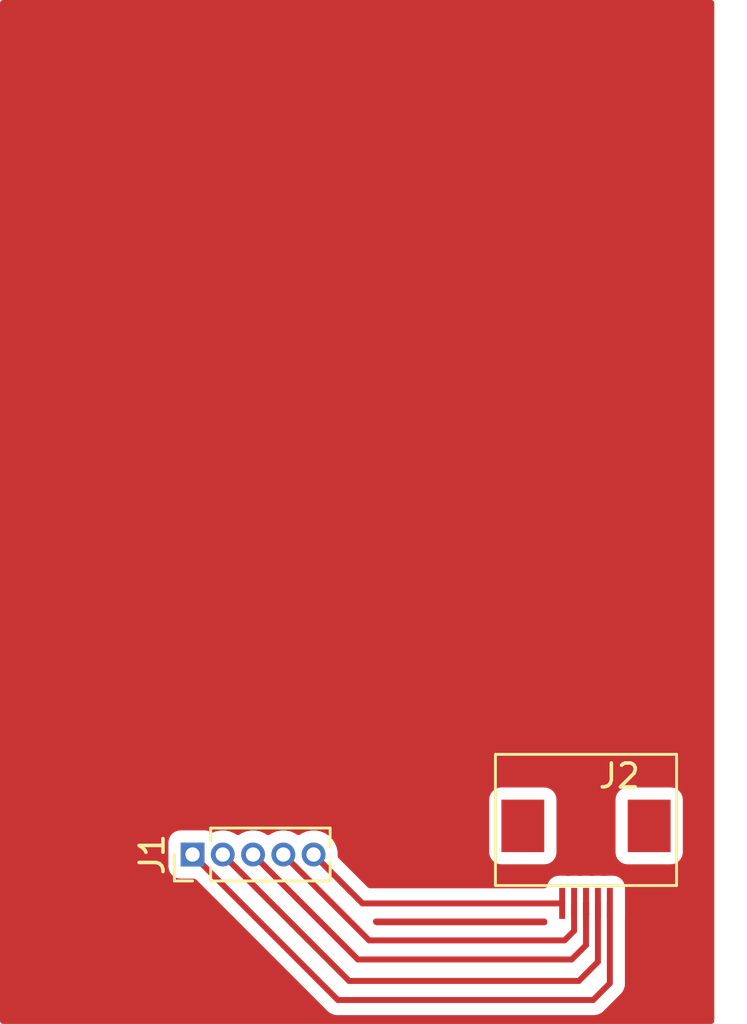
<source format=kicad_pcb>
(kicad_pcb (version 20171130) (host pcbnew 5.99.0+really5.1.10+dfsg1-1)

  (general
    (thickness 1.6)
    (drawings 4)
    (tracks 20)
    (zones 0)
    (modules 2)
    (nets 6)
  )

  (page A4)
  (layers
    (0 F.Cu signal)
    (31 B.Cu signal)
    (32 B.Adhes user)
    (33 F.Adhes user)
    (34 B.Paste user)
    (35 F.Paste user)
    (36 B.SilkS user)
    (37 F.SilkS user)
    (38 B.Mask user)
    (39 F.Mask user)
    (40 Dwgs.User user)
    (41 Cmts.User user)
    (42 Eco1.User user)
    (43 Eco2.User user)
    (44 Edge.Cuts user)
    (45 Margin user)
    (46 B.CrtYd user)
    (47 F.CrtYd user)
    (48 B.Fab user)
    (49 F.Fab user)
  )

  (setup
    (last_trace_width 0.25)
    (trace_clearance 0.2)
    (zone_clearance 0.508)
    (zone_45_only no)
    (trace_min 0.2)
    (via_size 0.8)
    (via_drill 0.4)
    (via_min_size 0.4)
    (via_min_drill 0.3)
    (uvia_size 0.3)
    (uvia_drill 0.1)
    (uvias_allowed no)
    (uvia_min_size 0.2)
    (uvia_min_drill 0.1)
    (edge_width 0.05)
    (segment_width 0.2)
    (pcb_text_width 0.3)
    (pcb_text_size 1.5 1.5)
    (mod_edge_width 0.12)
    (mod_text_size 1 1)
    (mod_text_width 0.15)
    (pad_size 1 1)
    (pad_drill 0.6)
    (pad_to_mask_clearance 0)
    (aux_axis_origin 0 0)
    (visible_elements FFFFFF7F)
    (pcbplotparams
      (layerselection 0x00000_7fffffff)
      (usegerberextensions false)
      (usegerberattributes true)
      (usegerberadvancedattributes true)
      (creategerberjobfile true)
      (excludeedgelayer true)
      (linewidth 0.100000)
      (plotframeref false)
      (viasonmask false)
      (mode 1)
      (useauxorigin false)
      (hpglpennumber 1)
      (hpglpenspeed 20)
      (hpglpendiameter 15.000000)
      (psnegative true)
      (psa4output false)
      (plotreference true)
      (plotvalue true)
      (plotinvisibletext false)
      (padsonsilk false)
      (subtractmaskfromsilk false)
      (outputformat 4)
      (mirror true)
      (drillshape 1)
      (scaleselection 1)
      (outputdirectory ""))
  )

  (net 0 "")
  (net 1 "Net-(J1-Pad5)")
  (net 2 "Net-(J1-Pad4)")
  (net 3 "Net-(J1-Pad3)")
  (net 4 "Net-(J1-Pad2)")
  (net 5 "Net-(J1-Pad1)")

  (net_class Default "This is the default net class."
    (clearance 0.2)
    (trace_width 0.25)
    (via_dia 0.8)
    (via_drill 0.4)
    (uvia_dia 0.3)
    (uvia_drill 0.1)
    (add_net "Net-(J1-Pad1)")
    (add_net "Net-(J1-Pad2)")
    (add_net "Net-(J1-Pad3)")
    (add_net "Net-(J1-Pad4)")
    (add_net "Net-(J1-Pad5)")
  )

  (module FPC_connectros:FPC-5P-0.5mm (layer F.Cu) (tedit 617E21AB) (tstamp 617E7D00)
    (at 120.6 85.3 180)
    (path /617E2978)
    (fp_text reference J2 (at -1.397 3.4925) (layer F.SilkS)
      (effects (font (size 1 1) (thickness 0.15)))
    )
    (fp_text value Conn_01x05_Male (at 0 5.5245) (layer F.Fab)
      (effects (font (size 1 1) (thickness 0.15)))
    )
    (fp_line (start -3.8 4.4) (end 3.8 4.4) (layer F.SilkS) (width 0.12))
    (fp_line (start 3.8 -1.1) (end -3.8 -1.1) (layer F.SilkS) (width 0.12))
    (fp_line (start -3.8 4.4) (end -3.8 -1.1) (layer F.SilkS) (width 0.12))
    (fp_line (start 3.8 4.4) (end 3.8 -1.1) (layer F.SilkS) (width 0.12))
    (pad MP smd rect (at 2.65 1.4 180) (size 1.8 2.2) (layers F.Cu F.Paste F.Mask))
    (pad MP smd rect (at -2.65 1.4 180) (size 1.8 2.2) (layers F.Cu F.Paste F.Mask))
    (pad 5 smd rect (at 1 -1.85 180) (size 0.25 1.3) (layers F.Cu F.Paste F.Mask)
      (net 1 "Net-(J1-Pad5)"))
    (pad 4 smd rect (at 0.5 -1.85 180) (size 0.25 1.3) (layers F.Cu F.Paste F.Mask)
      (net 2 "Net-(J1-Pad4)"))
    (pad 3 smd rect (at 0 -1.85 180) (size 0.25 1.3) (layers F.Cu F.Paste F.Mask)
      (net 3 "Net-(J1-Pad3)"))
    (pad 2 smd rect (at -0.5 -1.85 180) (size 0.25 1.3) (layers F.Cu F.Paste F.Mask)
      (net 4 "Net-(J1-Pad2)"))
    (pad 1 smd rect (at -1 -1.85 180) (size 0.25 1.3) (layers F.Cu F.Paste F.Mask)
      (net 5 "Net-(J1-Pad1)"))
  )

  (module Connector_PinHeader_1.27mm:PinHeader_1x05_P1.27mm_Vertical (layer F.Cu) (tedit 61BF64A3) (tstamp 617E7CF1)
    (at 104.09 85.1 90)
    (descr "Through hole straight pin header, 1x05, 1.27mm pitch, single row")
    (tags "Through hole pin header THT 1x05 1.27mm single row")
    (path /617E2571)
    (fp_text reference J1 (at 0 -1.695 90) (layer F.SilkS)
      (effects (font (size 1 1) (thickness 0.15)))
    )
    (fp_text value Conn_01x05_Male (at 0 6.775 90) (layer F.Fab)
      (effects (font (size 1 1) (thickness 0.15)))
    )
    (fp_line (start -0.525 -0.635) (end 1.05 -0.635) (layer F.Fab) (width 0.1))
    (fp_line (start 1.05 -0.635) (end 1.05 5.715) (layer F.Fab) (width 0.1))
    (fp_line (start 1.05 5.715) (end -1.05 5.715) (layer F.Fab) (width 0.1))
    (fp_line (start -1.05 5.715) (end -1.05 -0.11) (layer F.Fab) (width 0.1))
    (fp_line (start -1.05 -0.11) (end -0.525 -0.635) (layer F.Fab) (width 0.1))
    (fp_line (start -1.11 5.775) (end -0.30753 5.775) (layer F.SilkS) (width 0.12))
    (fp_line (start 0.30753 5.775) (end 1.11 5.775) (layer F.SilkS) (width 0.12))
    (fp_line (start -1.11 0.76) (end -1.11 5.775) (layer F.SilkS) (width 0.12))
    (fp_line (start 1.11 0.76) (end 1.11 5.775) (layer F.SilkS) (width 0.12))
    (fp_line (start -1.11 0.76) (end -0.563471 0.76) (layer F.SilkS) (width 0.12))
    (fp_line (start 0.563471 0.76) (end 1.11 0.76) (layer F.SilkS) (width 0.12))
    (fp_line (start -1.11 0) (end -1.11 -0.76) (layer F.SilkS) (width 0.12))
    (fp_line (start -1.11 -0.76) (end 0 -0.76) (layer F.SilkS) (width 0.12))
    (fp_line (start -1.55 -1.15) (end -1.55 6.25) (layer F.CrtYd) (width 0.05))
    (fp_line (start -1.55 6.25) (end 1.55 6.25) (layer F.CrtYd) (width 0.05))
    (fp_line (start 1.55 6.25) (end 1.55 -1.15) (layer F.CrtYd) (width 0.05))
    (fp_line (start 1.55 -1.15) (end -1.55 -1.15) (layer F.CrtYd) (width 0.05))
    (fp_text user %R (at 0 2.54) (layer F.Fab)
      (effects (font (size 1 1) (thickness 0.15)))
    )
    (pad 5 thru_hole oval (at 0 5.08 90) (size 1 1) (drill 0.6) (layers *.Cu *.Mask)
      (net 1 "Net-(J1-Pad5)"))
    (pad 4 thru_hole oval (at 0 3.81 90) (size 1 1) (drill 0.6) (layers *.Cu *.Mask)
      (net 2 "Net-(J1-Pad4)"))
    (pad 3 thru_hole oval (at 0 2.54 90) (size 1 1) (drill 0.6) (layers *.Cu *.Mask)
      (net 3 "Net-(J1-Pad3)"))
    (pad 2 thru_hole oval (at 0 1.27 90) (size 1 1) (drill 0.6) (layers *.Cu *.Mask)
      (net 4 "Net-(J1-Pad2)"))
    (pad 1 thru_hole rect (at 0 0 90) (size 1 1) (drill 0.6) (layers *.Cu *.Mask)
      (net 5 "Net-(J1-Pad1)"))
    (model ${KISYS3DMOD}/Connector_PinHeader_1.27mm.3dshapes/PinHeader_1x05_P1.27mm_Vertical.wrl
      (at (xyz 0 0 0))
      (scale (xyz 1 1 1))
      (rotate (xyz 0 0 0))
    )
  )

  (gr_line (start 96.6 50) (end 96.6 70) (layer Dwgs.User) (width 0.15) (tstamp 61BF66EF))
  (gr_line (start 116.6 50) (end 96.6 50) (layer Dwgs.User) (width 0.15) (tstamp 61BF66C2))
  (gr_line (start 116.6 70) (end 116.6 50) (layer Dwgs.User) (width 0.15))
  (gr_line (start 116.6 70) (end 96.6 70) (layer Dwgs.User) (width 0.15))

  (segment (start 111.22 87.15) (end 119.6 87.15) (width 0.25) (layer F.Cu) (net 1))
  (segment (start 109.17 85.1) (end 111.22 87.15) (width 0.25) (layer F.Cu) (net 1))
  (segment (start 120.1 88.3) (end 119.7 88.7) (width 0.25) (layer F.Cu) (net 2))
  (segment (start 119.7 88.7) (end 111.5 88.7) (width 0.25) (layer F.Cu) (net 2))
  (segment (start 120.1 87.15) (end 120.1 88.3) (width 0.25) (layer F.Cu) (net 2))
  (segment (start 111.5 88.7) (end 107.9 85.1) (width 0.25) (layer F.Cu) (net 2))
  (segment (start 120.6 87.15) (end 120.6 87.6) (width 0.25) (layer F.Cu) (net 3))
  (segment (start 120.6 87.15) (end 120.6 88.9) (width 0.25) (layer F.Cu) (net 3))
  (segment (start 120.6 88.9) (end 120 89.5) (width 0.25) (layer F.Cu) (net 3))
  (segment (start 120 89.5) (end 111.03 89.5) (width 0.25) (layer F.Cu) (net 3))
  (segment (start 120.6 87.6) (end 120.61 87.61) (width 0.25) (layer F.Cu) (net 3))
  (segment (start 111.03 89.5) (end 106.63 85.1) (width 0.25) (layer F.Cu) (net 3))
  (segment (start 120.3 90.4) (end 110.66 90.4) (width 0.25) (layer F.Cu) (net 4))
  (segment (start 121.1 89.6) (end 120.3 90.4) (width 0.25) (layer F.Cu) (net 4))
  (segment (start 121.1 87.15) (end 121.1 89.6) (width 0.25) (layer F.Cu) (net 4))
  (segment (start 110.66 90.4) (end 105.36 85.1) (width 0.25) (layer F.Cu) (net 4))
  (segment (start 120.9 91.2) (end 110.19 91.2) (width 0.25) (layer F.Cu) (net 5))
  (segment (start 121.6 90.5) (end 120.9 91.2) (width 0.25) (layer F.Cu) (net 5))
  (segment (start 121.6 87.15) (end 121.6 90.5) (width 0.25) (layer F.Cu) (net 5))
  (segment (start 110.19 91.2) (end 104.09 85.1) (width 0.25) (layer F.Cu) (net 5))

  (zone (net 0) (net_name "") (layer F.Cu) (tstamp 61C2B228) (hatch edge 0.508)
    (connect_pads (clearance 0.508))
    (min_thickness 0.254)
    (fill yes (arc_segments 32) (thermal_gap 0.508) (thermal_bridge_width 0.508))
    (polygon
      (pts
        (xy 125.984 92.202) (xy 96.012 92.202) (xy 96.012 49.276) (xy 125.984 49.276)
      )
    )
    (filled_polygon
      (pts
        (xy 125.857 92.075) (xy 96.139 92.075) (xy 96.139 84.6) (xy 102.951928 84.6) (xy 102.951928 85.6)
        (xy 102.964188 85.724482) (xy 103.000498 85.84418) (xy 103.059463 85.954494) (xy 103.138815 86.051185) (xy 103.235506 86.130537)
        (xy 103.34582 86.189502) (xy 103.465518 86.225812) (xy 103.59 86.238072) (xy 104.153271 86.238072) (xy 109.626201 91.711003)
        (xy 109.649999 91.740001) (xy 109.765724 91.834974) (xy 109.897753 91.905546) (xy 110.041014 91.949003) (xy 110.152667 91.96)
        (xy 110.152675 91.96) (xy 110.19 91.963676) (xy 110.227325 91.96) (xy 120.862678 91.96) (xy 120.9 91.963676)
        (xy 120.937322 91.96) (xy 120.937333 91.96) (xy 121.048986 91.949003) (xy 121.192247 91.905546) (xy 121.324276 91.834974)
        (xy 121.440001 91.740001) (xy 121.463803 91.710998) (xy 122.111008 91.063795) (xy 122.140001 91.040001) (xy 122.163795 91.011008)
        (xy 122.163799 91.011004) (xy 122.234973 90.924277) (xy 122.243805 90.907754) (xy 122.305546 90.792247) (xy 122.349003 90.648986)
        (xy 122.36 90.537333) (xy 122.36 90.537324) (xy 122.363676 90.500001) (xy 122.36 90.462678) (xy 122.36 87.831192)
        (xy 122.363072 87.8) (xy 122.363072 86.5) (xy 122.350812 86.375518) (xy 122.314502 86.25582) (xy 122.255537 86.145506)
        (xy 122.176185 86.048815) (xy 122.079494 85.969463) (xy 121.96918 85.910498) (xy 121.849482 85.874188) (xy 121.725 85.861928)
        (xy 121.475 85.861928) (xy 121.350518 85.874188) (xy 121.35 85.874345) (xy 121.349482 85.874188) (xy 121.225 85.861928)
        (xy 120.975 85.861928) (xy 120.850518 85.874188) (xy 120.85 85.874345) (xy 120.849482 85.874188) (xy 120.725 85.861928)
        (xy 120.475 85.861928) (xy 120.350518 85.874188) (xy 120.35 85.874345) (xy 120.349482 85.874188) (xy 120.225 85.861928)
        (xy 119.975 85.861928) (xy 119.850518 85.874188) (xy 119.85 85.874345) (xy 119.849482 85.874188) (xy 119.725 85.861928)
        (xy 119.475 85.861928) (xy 119.350518 85.874188) (xy 119.23082 85.910498) (xy 119.120506 85.969463) (xy 119.023815 86.048815)
        (xy 118.944463 86.145506) (xy 118.885498 86.25582) (xy 118.849188 86.375518) (xy 118.847762 86.39) (xy 111.534802 86.39)
        (xy 110.305 85.160199) (xy 110.305 84.988212) (xy 110.261383 84.768933) (xy 110.175824 84.562376) (xy 110.051612 84.37648)
        (xy 109.89352 84.218388) (xy 109.707624 84.094176) (xy 109.501067 84.008617) (xy 109.281788 83.965) (xy 109.058212 83.965)
        (xy 108.838933 84.008617) (xy 108.632376 84.094176) (xy 108.535 84.159241) (xy 108.437624 84.094176) (xy 108.231067 84.008617)
        (xy 108.011788 83.965) (xy 107.788212 83.965) (xy 107.568933 84.008617) (xy 107.362376 84.094176) (xy 107.265 84.159241)
        (xy 107.167624 84.094176) (xy 106.961067 84.008617) (xy 106.741788 83.965) (xy 106.518212 83.965) (xy 106.298933 84.008617)
        (xy 106.092376 84.094176) (xy 105.995 84.159241) (xy 105.897624 84.094176) (xy 105.691067 84.008617) (xy 105.471788 83.965)
        (xy 105.248212 83.965) (xy 105.028933 84.008617) (xy 104.917226 84.054888) (xy 104.83418 84.010498) (xy 104.714482 83.974188)
        (xy 104.59 83.961928) (xy 103.59 83.961928) (xy 103.465518 83.974188) (xy 103.34582 84.010498) (xy 103.235506 84.069463)
        (xy 103.138815 84.148815) (xy 103.059463 84.245506) (xy 103.000498 84.35582) (xy 102.964188 84.475518) (xy 102.951928 84.6)
        (xy 96.139 84.6) (xy 96.139 82.8) (xy 116.411928 82.8) (xy 116.411928 85) (xy 116.424188 85.124482)
        (xy 116.460498 85.24418) (xy 116.519463 85.354494) (xy 116.598815 85.451185) (xy 116.695506 85.530537) (xy 116.80582 85.589502)
        (xy 116.925518 85.625812) (xy 117.05 85.638072) (xy 118.85 85.638072) (xy 118.974482 85.625812) (xy 119.09418 85.589502)
        (xy 119.204494 85.530537) (xy 119.301185 85.451185) (xy 119.380537 85.354494) (xy 119.439502 85.24418) (xy 119.475812 85.124482)
        (xy 119.488072 85) (xy 119.488072 82.8) (xy 121.711928 82.8) (xy 121.711928 85) (xy 121.724188 85.124482)
        (xy 121.760498 85.24418) (xy 121.819463 85.354494) (xy 121.898815 85.451185) (xy 121.995506 85.530537) (xy 122.10582 85.589502)
        (xy 122.225518 85.625812) (xy 122.35 85.638072) (xy 124.15 85.638072) (xy 124.274482 85.625812) (xy 124.39418 85.589502)
        (xy 124.504494 85.530537) (xy 124.601185 85.451185) (xy 124.680537 85.354494) (xy 124.739502 85.24418) (xy 124.775812 85.124482)
        (xy 124.788072 85) (xy 124.788072 82.8) (xy 124.775812 82.675518) (xy 124.739502 82.55582) (xy 124.680537 82.445506)
        (xy 124.601185 82.348815) (xy 124.504494 82.269463) (xy 124.39418 82.210498) (xy 124.274482 82.174188) (xy 124.15 82.161928)
        (xy 122.35 82.161928) (xy 122.225518 82.174188) (xy 122.10582 82.210498) (xy 121.995506 82.269463) (xy 121.898815 82.348815)
        (xy 121.819463 82.445506) (xy 121.760498 82.55582) (xy 121.724188 82.675518) (xy 121.711928 82.8) (xy 119.488072 82.8)
        (xy 119.475812 82.675518) (xy 119.439502 82.55582) (xy 119.380537 82.445506) (xy 119.301185 82.348815) (xy 119.204494 82.269463)
        (xy 119.09418 82.210498) (xy 118.974482 82.174188) (xy 118.85 82.161928) (xy 117.05 82.161928) (xy 116.925518 82.174188)
        (xy 116.80582 82.210498) (xy 116.695506 82.269463) (xy 116.598815 82.348815) (xy 116.519463 82.445506) (xy 116.460498 82.55582)
        (xy 116.424188 82.675518) (xy 116.411928 82.8) (xy 96.139 82.8) (xy 96.139 49.403) (xy 125.857 49.403)
      )
    )
    (filled_polygon
      (pts
        (xy 118.849188 87.924482) (xy 118.853895 87.94) (xy 111.814802 87.94) (xy 111.784802 87.91) (xy 118.847762 87.91)
      )
    )
  )
)

</source>
